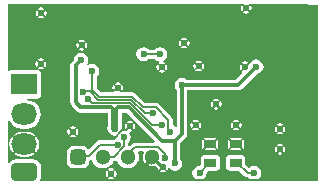
<source format=gbl>
G04 Layer_Physical_Order=2*
G04 Layer_Color=11367680*
%FSLAX25Y25*%
%MOIN*%
G70*
G01*
G75*
%ADD31R,0.03937X0.02756*%
%ADD32C,0.01181*%
%ADD34C,0.00787*%
%ADD37C,0.00500*%
%ADD47O,0.08661X0.07087*%
%ADD48R,0.08661X0.07087*%
G04:AMPARAMS|DCode=49|XSize=86.61mil|YSize=59.05mil|CornerRadius=14.76mil|HoleSize=0mil|Usage=FLASHONLY|Rotation=0.000|XOffset=0mil|YOffset=0mil|HoleType=Round|Shape=RoundedRectangle|*
%AMROUNDEDRECTD49*
21,1,0.08661,0.02953,0,0,0.0*
21,1,0.05709,0.05905,0,0,0.0*
1,1,0.02953,0.02854,-0.01476*
1,1,0.02953,-0.02854,-0.01476*
1,1,0.02953,-0.02854,0.01476*
1,1,0.02953,0.02854,0.01476*
%
%ADD49ROUNDEDRECTD49*%
%ADD50C,0.02362*%
%ADD51C,0.05118*%
G04:AMPARAMS|DCode=52|XSize=51.18mil|YSize=51.18mil|CornerRadius=12.79mil|HoleSize=0mil|Usage=FLASHONLY|Rotation=0.000|XOffset=0mil|YOffset=0mil|HoleType=Round|Shape=RoundedRectangle|*
%AMROUNDEDRECTD52*
21,1,0.05118,0.02559,0,0,0.0*
21,1,0.02559,0.05118,0,0,0.0*
1,1,0.02559,0.01279,-0.01279*
1,1,0.02559,-0.01279,-0.01279*
1,1,0.02559,-0.01279,0.01279*
1,1,0.02559,0.01279,0.01279*
%
%ADD52ROUNDEDRECTD52*%
%ADD53R,0.04134X0.59055*%
G36*
X100424Y58555D02*
X100300Y58368D01*
X100162Y57677D01*
X100300Y56986D01*
X100524Y56650D01*
X101760Y57886D01*
X102177Y57468D01*
X100942Y56233D01*
X101277Y56008D01*
X101969Y55871D01*
X102660Y56008D01*
X102847Y56133D01*
X103347Y55866D01*
Y54174D01*
X102847Y53906D01*
X102660Y54031D01*
X101969Y54169D01*
X101277Y54031D01*
X100942Y53807D01*
X102177Y52571D01*
X101969Y52362D01*
X102177Y52153D01*
X100942Y50918D01*
X101277Y50693D01*
X101969Y50556D01*
X102660Y50693D01*
X102847Y50818D01*
X103347Y50551D01*
Y48465D01*
X102847Y48198D01*
X102660Y48322D01*
X101969Y48460D01*
X101277Y48322D01*
X100942Y48098D01*
X102177Y46862D01*
X101969Y46654D01*
X102177Y46445D01*
X100942Y45209D01*
X101277Y44985D01*
X101969Y44847D01*
X102660Y44985D01*
X102847Y45109D01*
X103347Y44842D01*
Y42559D01*
X102847Y42292D01*
X102660Y42417D01*
X101969Y42554D01*
X101277Y42417D01*
X100942Y42193D01*
X102177Y40957D01*
X101969Y40748D01*
X102177Y40539D01*
X100942Y39303D01*
X101277Y39079D01*
X101969Y38942D01*
X102660Y39079D01*
X102847Y39204D01*
X103347Y38937D01*
Y36654D01*
X102847Y36387D01*
X102660Y36511D01*
X101969Y36649D01*
X101277Y36511D01*
X100942Y36287D01*
X102177Y35051D01*
X101969Y34843D01*
X102177Y34634D01*
X100942Y33398D01*
X101277Y33174D01*
X101969Y33036D01*
X102660Y33174D01*
X102847Y33298D01*
X103347Y33031D01*
Y30748D01*
X102847Y30481D01*
X102660Y30606D01*
X101969Y30743D01*
X101277Y30606D01*
X100942Y30382D01*
X102177Y29146D01*
X101969Y28937D01*
X102177Y28728D01*
X100942Y27492D01*
X101277Y27268D01*
X101969Y27131D01*
X102660Y27268D01*
X102847Y27393D01*
X103347Y27126D01*
Y24843D01*
X102847Y24576D01*
X102660Y24700D01*
X101969Y24838D01*
X101277Y24700D01*
X100942Y24476D01*
X102177Y23240D01*
X101969Y23031D01*
X102177Y22823D01*
X100942Y21587D01*
X101277Y21363D01*
X101969Y21225D01*
X102660Y21363D01*
X102847Y21487D01*
X103347Y21220D01*
Y18937D01*
X102847Y18670D01*
X102660Y18795D01*
X101969Y18932D01*
X101277Y18795D01*
X100942Y18571D01*
X102177Y17335D01*
X101969Y17126D01*
X102177Y16917D01*
X100942Y15681D01*
X101277Y15457D01*
X101969Y15320D01*
X102660Y15457D01*
X102847Y15582D01*
X103347Y15315D01*
Y12835D01*
X102847Y12568D01*
X102660Y12693D01*
X101969Y12830D01*
X101277Y12693D01*
X100942Y12468D01*
X102177Y11232D01*
X101969Y11024D01*
X102177Y10815D01*
X100942Y9579D01*
X101277Y9355D01*
X101969Y9217D01*
X102660Y9355D01*
X102847Y9480D01*
X103347Y9212D01*
Y7126D01*
X102847Y6859D01*
X102660Y6984D01*
X101969Y7121D01*
X101277Y6984D01*
X100942Y6759D01*
X102177Y5524D01*
X101969Y5315D01*
X102177Y5106D01*
X100942Y3870D01*
X101277Y3646D01*
X101502Y3601D01*
Y3092D01*
X101277Y3047D01*
X100942Y2822D01*
X102177Y1587D01*
X101760Y1169D01*
X100524Y2405D01*
X100300Y2069D01*
X100162Y1378D01*
X100300Y687D01*
X100424Y500D01*
X100157Y0D01*
X82903D01*
X82854Y500D01*
X83008Y531D01*
X83790Y1053D01*
X84312Y1834D01*
X84495Y2756D01*
X84312Y3678D01*
X83790Y4459D01*
X83008Y4981D01*
X82087Y5164D01*
X81165Y4981D01*
X80384Y4459D01*
X80291Y4450D01*
X79157Y5583D01*
Y7481D01*
X79066Y7942D01*
X78805Y8333D01*
X78414Y8594D01*
X77953Y8686D01*
X74016D01*
X73555Y8594D01*
X73164Y8333D01*
X72904Y7942D01*
X72812Y7481D01*
Y4725D01*
X72904Y4265D01*
X73164Y3874D01*
X73555Y3613D01*
X74016Y3521D01*
X77092D01*
X78890Y1724D01*
X78890Y1724D01*
X79363Y1408D01*
X79921Y1297D01*
X80221D01*
X80384Y1053D01*
X81165Y531D01*
X81320Y500D01*
X81270Y0D01*
X64793D01*
X64743Y500D01*
X64898Y531D01*
X65679Y1053D01*
X66202Y1834D01*
X66385Y2756D01*
X66328Y3044D01*
X66805Y3521D01*
X69489D01*
X69949Y3613D01*
X70340Y3874D01*
X70601Y4265D01*
X70693Y4725D01*
Y7481D01*
X70601Y7942D01*
X70340Y8333D01*
X69949Y8594D01*
X69489Y8686D01*
X65552D01*
X65091Y8594D01*
X64700Y8333D01*
X64439Y7942D01*
X64347Y7481D01*
Y5600D01*
X63976Y5164D01*
X63055Y4981D01*
X62273Y4459D01*
X61751Y3678D01*
X61568Y2756D01*
X61751Y1834D01*
X62273Y1053D01*
X63055Y531D01*
X63209Y500D01*
X63160Y0D01*
X11008D01*
X10757Y500D01*
X10955Y979D01*
X11047Y1673D01*
Y4626D01*
X10955Y5320D01*
X10687Y5966D01*
X10261Y6521D01*
X9706Y6947D01*
X9060Y7215D01*
X8366Y7306D01*
X2657D01*
X1964Y7215D01*
X1317Y6947D01*
X762Y6521D01*
X500Y6180D01*
X0Y6349D01*
Y20037D01*
X500Y20137D01*
X598Y19901D01*
X1355Y18914D01*
X2342Y18157D01*
X3491Y17681D01*
X4724Y17518D01*
X6299D01*
X7532Y17681D01*
X8682Y18157D01*
X9669Y18914D01*
X10426Y19901D01*
X10902Y21050D01*
X11064Y22284D01*
X10902Y23517D01*
X10426Y24666D01*
X9669Y25653D01*
X8682Y26410D01*
X7532Y26886D01*
X6396Y27036D01*
X6429Y27536D01*
X9843D01*
X10303Y27628D01*
X10694Y27889D01*
X10955Y28279D01*
X11047Y28740D01*
Y35827D01*
X10955Y36288D01*
X10694Y36678D01*
X10303Y36939D01*
X9843Y37031D01*
X1181D01*
X720Y36939D01*
X500Y36792D01*
X0Y37016D01*
Y59055D01*
X77716D01*
X77983Y58555D01*
X77859Y58368D01*
X77721Y57677D01*
X77859Y56986D01*
X78083Y56650D01*
X79319Y57886D01*
X79527Y57677D01*
X79736Y57886D01*
X80972Y56650D01*
X81196Y56986D01*
X81334Y57677D01*
X81196Y58368D01*
X81072Y58555D01*
X81339Y59055D01*
X100157D01*
X100424Y58555D01*
D02*
G37*
%LPC*%
G36*
X100524Y18153D02*
X100300Y17817D01*
X100162Y17126D01*
X100300Y16435D01*
X100524Y16099D01*
X101551Y17126D01*
X100524Y18153D01*
D02*
G37*
G36*
X90748Y17102D02*
X89721Y16075D01*
X90057Y15851D01*
X90748Y15713D01*
X91439Y15851D01*
X91775Y16075D01*
X90748Y17102D01*
D02*
G37*
G36*
X92193Y18547D02*
X91166Y17520D01*
X92193Y16493D01*
X92417Y16828D01*
X92554Y17520D01*
X92417Y18211D01*
X92193Y18547D01*
D02*
G37*
G36*
X89303D02*
X89079Y18211D01*
X88942Y17520D01*
X89079Y16828D01*
X89303Y16493D01*
X90330Y17520D01*
X89303Y18547D01*
D02*
G37*
G36*
X23098Y17562D02*
X22071Y16535D01*
X23098Y15508D01*
X23322Y15844D01*
X23460Y16535D01*
X23322Y17227D01*
X23098Y17562D01*
D02*
G37*
G36*
X90748Y12436D02*
X90057Y12299D01*
X89721Y12075D01*
X90748Y11048D01*
X91775Y12075D01*
X91439Y12299D01*
X90748Y12436D01*
D02*
G37*
G36*
X73442Y13937D02*
X73377Y13780D01*
Y11024D01*
X73442Y10868D01*
X74976Y12403D01*
X73442Y13937D01*
D02*
G37*
G36*
X20209Y17562D02*
X19985Y17227D01*
X19847Y16535D01*
X19985Y15844D01*
X20209Y15508D01*
X21236Y16535D01*
X20209Y17562D01*
D02*
G37*
G36*
X21654Y16118D02*
X20627Y15091D01*
X20962Y14867D01*
X21654Y14729D01*
X22345Y14867D01*
X22681Y15091D01*
X21654Y16118D01*
D02*
G37*
G36*
X77626Y19728D02*
X76599Y18701D01*
X77626Y17674D01*
X77850Y18010D01*
X77987Y18701D01*
X77850Y19392D01*
X77626Y19728D01*
D02*
G37*
G36*
X74737D02*
X74512Y19392D01*
X74375Y18701D01*
X74512Y18010D01*
X74736Y17674D01*
X75763Y18701D01*
X74737Y19728D01*
D02*
G37*
G36*
X62598Y20507D02*
X61907Y20370D01*
X61572Y20145D01*
X62598Y19118D01*
X63625Y20145D01*
X63290Y20370D01*
X62598Y20507D01*
D02*
G37*
G36*
X90748Y19326D02*
X90057Y19189D01*
X89721Y18964D01*
X90748Y17937D01*
X91775Y18964D01*
X91439Y19189D01*
X90748Y19326D01*
D02*
G37*
G36*
X64043Y19728D02*
X63016Y18701D01*
X64043Y17674D01*
X64267Y18010D01*
X64405Y18701D01*
X64267Y19392D01*
X64043Y19728D01*
D02*
G37*
G36*
X76181Y18283D02*
X75154Y17256D01*
X75490Y17032D01*
X76181Y16894D01*
X76872Y17032D01*
X77208Y17256D01*
X76181Y18283D01*
D02*
G37*
G36*
X62598Y18283D02*
X61572Y17256D01*
X61907Y17032D01*
X62598Y16894D01*
X63290Y17032D01*
X63625Y17256D01*
X62598Y18283D01*
D02*
G37*
G36*
X61154Y19728D02*
X60930Y19392D01*
X60792Y18701D01*
X60930Y18010D01*
X61154Y17674D01*
X62181Y18701D01*
X61154Y19728D01*
D02*
G37*
G36*
X21654Y18342D02*
X20962Y18204D01*
X20627Y17980D01*
X21654Y16953D01*
X22681Y17980D01*
X22345Y18204D01*
X21654Y18342D01*
D02*
G37*
G36*
X64977Y13937D02*
X64912Y13780D01*
Y11024D01*
X64977Y10868D01*
X66512Y12403D01*
X64977Y13937D01*
D02*
G37*
G36*
X6299Y16453D02*
X4724D01*
X3645Y16311D01*
X2640Y15894D01*
X2012Y15413D01*
X4933Y12492D01*
X4724Y12284D01*
X4933Y12075D01*
X2012Y9154D01*
X2640Y8672D01*
X3645Y8256D01*
X4724Y8114D01*
X6299D01*
X7378Y8256D01*
X8384Y8672D01*
X9011Y9154D01*
X6090Y12075D01*
X6299Y12284D01*
X6090Y12492D01*
X9011Y15413D01*
X8384Y15894D01*
X7378Y16311D01*
X6299Y16453D01*
D02*
G37*
G36*
X100524Y6342D02*
X100300Y6006D01*
X100162Y5315D01*
X100300Y4624D01*
X100524Y4288D01*
X101551Y5315D01*
X100524Y6342D01*
D02*
G37*
G36*
X1595Y14996D02*
X1113Y14368D01*
X697Y13363D01*
X555Y12284D01*
X697Y11204D01*
X1113Y10199D01*
X1595Y9571D01*
X4307Y12284D01*
X1595Y14996D01*
D02*
G37*
G36*
X90748Y10212D02*
X89721Y9185D01*
X90057Y8961D01*
X90748Y8824D01*
X91439Y8961D01*
X91775Y9185D01*
X90748Y10212D01*
D02*
G37*
G36*
X51696Y4397D02*
X50669Y3370D01*
X51005Y3146D01*
X51696Y3009D01*
X52388Y3146D01*
X52723Y3370D01*
X51696Y4397D01*
D02*
G37*
G36*
X33004Y3586D02*
X32780Y3250D01*
X32642Y2559D01*
X32780Y1868D01*
X33004Y1532D01*
X34031Y2559D01*
X33004Y3586D01*
D02*
G37*
G36*
X34449Y2142D02*
X33422Y1115D01*
X33758Y890D01*
X34449Y753D01*
X35140Y890D01*
X35476Y1115D01*
X34449Y2142D01*
D02*
G37*
G36*
Y4365D02*
X33758Y4228D01*
X33422Y4004D01*
X34449Y2977D01*
X35476Y4004D01*
X35140Y4228D01*
X34449Y4365D01*
D02*
G37*
G36*
X35893Y3586D02*
X34866Y2559D01*
X35893Y1532D01*
X36118Y1868D01*
X36255Y2559D01*
X36118Y3250D01*
X35893Y3586D01*
D02*
G37*
G36*
X24409Y42763D02*
X23488Y42579D01*
X22706Y42057D01*
X22184Y41276D01*
X22037Y40537D01*
X21361Y39860D01*
X20969Y39274D01*
X20831Y38583D01*
Y26282D01*
X20969Y25591D01*
X21361Y25005D01*
X22954Y23411D01*
X23540Y23020D01*
X24231Y22882D01*
X33430D01*
Y18479D01*
X33405Y18441D01*
X33221Y17520D01*
X33405Y16598D01*
X33927Y15817D01*
X34708Y15294D01*
X35544Y15128D01*
X35714Y14982D01*
X35925Y14660D01*
X35863Y14456D01*
X35770Y14438D01*
X34989Y13916D01*
X34826Y13672D01*
X30717D01*
X30158Y13561D01*
X29685Y13245D01*
X27192Y10752D01*
X26695Y10801D01*
X26479Y11124D01*
X25665Y11668D01*
X24705Y11859D01*
X22146D01*
X21186Y11668D01*
X20372Y11124D01*
X19828Y10311D01*
X19637Y9350D01*
Y6791D01*
X19828Y5831D01*
X20372Y5017D01*
X21186Y4473D01*
X22146Y4282D01*
X24705D01*
X25665Y4473D01*
X26479Y5017D01*
X27023Y5831D01*
X27213Y6791D01*
X27634Y7089D01*
X27690Y7110D01*
X28124Y6914D01*
X28426Y6184D01*
X29025Y5403D01*
X29807Y4803D01*
X30716Y4427D01*
X31693Y4298D01*
X32669Y4427D01*
X33579Y4803D01*
X34360Y5403D01*
X34960Y6184D01*
X35137Y6611D01*
X35281D01*
X35839Y6722D01*
X35910Y6770D01*
X36529Y6582D01*
X36694Y6184D01*
X37293Y5403D01*
X38074Y4803D01*
X38984Y4427D01*
X39961Y4298D01*
X40937Y4427D01*
X41847Y4803D01*
X42628Y5403D01*
X43228Y6184D01*
X43604Y7094D01*
X43733Y8071D01*
X43604Y9047D01*
X43434Y9458D01*
X43768Y9958D01*
X45123D01*
X45394Y9458D01*
X45160Y8893D01*
X45052Y8071D01*
X45160Y7249D01*
X45477Y6482D01*
X45801Y6061D01*
X48019Y8280D01*
X48437Y7862D01*
X46218Y5643D01*
X46640Y5320D01*
X47406Y5002D01*
X48228Y4894D01*
X49051Y5002D01*
X49450Y5168D01*
X49890Y4815D01*
X50027Y4124D01*
X50252Y3788D01*
X51487Y5024D01*
X51696Y4815D01*
X51905Y5024D01*
X53141Y3788D01*
X53365Y4124D01*
X53386Y4230D01*
X53917Y4335D01*
X54006Y4202D01*
X54787Y3680D01*
X55709Y3497D01*
X56630Y3680D01*
X57412Y4202D01*
X57934Y4984D01*
X58117Y5906D01*
X57934Y6827D01*
X57515Y7454D01*
Y12638D01*
X59348Y14471D01*
X59740Y15057D01*
X59877Y15748D01*
Y30280D01*
X76772D01*
X77463Y30418D01*
X78049Y30809D01*
X83056Y35817D01*
X83796Y35964D01*
X84577Y36486D01*
X85099Y37267D01*
X85282Y38189D01*
X85099Y39111D01*
X84577Y39892D01*
X83796Y40414D01*
X82874Y40598D01*
X81952Y40414D01*
X81171Y39892D01*
X80949Y39560D01*
X80411Y39466D01*
X80356Y39503D01*
X79825Y39858D01*
X79134Y39995D01*
X78442Y39858D01*
X78107Y39633D01*
X79343Y38398D01*
X79134Y38189D01*
X79343Y37980D01*
X78107Y36744D01*
X78143Y36720D01*
X78223Y36093D01*
X76023Y33893D01*
X59619D01*
X58993Y34312D01*
X58071Y34495D01*
X57149Y34312D01*
X56368Y33790D01*
X55846Y33008D01*
X55662Y32087D01*
X55846Y31165D01*
X56265Y30538D01*
Y18204D01*
X55765Y18052D01*
X55640Y18238D01*
X54965Y18689D01*
Y20465D01*
X54854Y21023D01*
X54538Y21497D01*
X50363Y25671D01*
X49890Y25987D01*
X49331Y26098D01*
X45723D01*
X42608Y29213D01*
X42135Y29529D01*
X41576Y29640D01*
X38369D01*
X38102Y30140D01*
X38283Y30411D01*
X38421Y31102D01*
X38283Y31794D01*
X38059Y32129D01*
X36823Y30894D01*
X36614Y31102D01*
X36405Y30894D01*
X35170Y32129D01*
X34945Y31794D01*
X34808Y31102D01*
X34945Y30411D01*
X35126Y30140D01*
X34859Y29640D01*
X31121D01*
X29609Y31152D01*
Y34945D01*
X29853Y35108D01*
X30375Y35889D01*
X30558Y36811D01*
X30375Y37733D01*
X29853Y38514D01*
X29071Y39036D01*
X28150Y39219D01*
X27228Y39036D01*
X26764Y38726D01*
X26403Y39086D01*
X26635Y39433D01*
X26818Y40354D01*
X26635Y41276D01*
X26112Y42057D01*
X25331Y42579D01*
X24409Y42763D01*
D02*
G37*
G36*
X77953Y14420D02*
X74016D01*
X73859Y14355D01*
X75603Y12611D01*
X75394Y12403D01*
X75603Y12194D01*
X73859Y10450D01*
X74016Y10385D01*
X77953D01*
X78110Y10450D01*
X76366Y12194D01*
X76575Y12403D01*
X76366Y12611D01*
X78110Y14355D01*
X77953Y14420D01*
D02*
G37*
G36*
X78527Y13937D02*
X76993Y12403D01*
X78527Y10868D01*
X78592Y11024D01*
Y13780D01*
X78527Y13937D01*
D02*
G37*
G36*
X70063D02*
X68528Y12403D01*
X70063Y10868D01*
X70128Y11024D01*
Y13780D01*
X70063Y13937D01*
D02*
G37*
G36*
X69489Y14420D02*
X65552D01*
X65395Y14355D01*
X67138Y12611D01*
X66930Y12403D01*
X67138Y12194D01*
X65395Y10450D01*
X65552Y10385D01*
X69489D01*
X69645Y10450D01*
X67902Y12194D01*
X68111Y12403D01*
X67902Y12611D01*
X69645Y14355D01*
X69489Y14420D01*
D02*
G37*
G36*
X89303Y11657D02*
X89079Y11321D01*
X88942Y10630D01*
X89079Y9939D01*
X89303Y9603D01*
X90330Y10630D01*
X89303Y11657D01*
D02*
G37*
G36*
X9429Y14996D02*
X6717Y12284D01*
X9429Y9571D01*
X9910Y10199D01*
X10327Y11204D01*
X10469Y12284D01*
X10327Y13363D01*
X9910Y14368D01*
X9429Y14996D01*
D02*
G37*
G36*
X100524Y12051D02*
X100300Y11715D01*
X100162Y11024D01*
X100300Y10332D01*
X100524Y9997D01*
X101551Y11024D01*
X100524Y12051D01*
D02*
G37*
G36*
X92193Y11657D02*
X91166Y10630D01*
X92193Y9603D01*
X92417Y9939D01*
X92554Y10630D01*
X92417Y11321D01*
X92193Y11657D01*
D02*
G37*
G36*
X76181Y20507D02*
X75490Y20370D01*
X75154Y20145D01*
X76181Y19118D01*
X77208Y20145D01*
X76872Y20370D01*
X76181Y20507D01*
D02*
G37*
G36*
X23162Y46303D02*
X22937Y45967D01*
X22800Y45276D01*
X22937Y44584D01*
X23162Y44249D01*
X24189Y45276D01*
X23162Y46303D01*
D02*
G37*
G36*
X50787Y44731D02*
X49866Y44548D01*
X49084Y44026D01*
X48921Y43782D01*
X47142D01*
X46979Y44026D01*
X46197Y44548D01*
X45276Y44731D01*
X44354Y44548D01*
X43572Y44026D01*
X43050Y43244D01*
X42867Y42323D01*
X43050Y41401D01*
X43572Y40620D01*
X44354Y40098D01*
X45276Y39914D01*
X46197Y40098D01*
X46979Y40620D01*
X47142Y40864D01*
X48921D01*
X49084Y40620D01*
X49866Y40098D01*
X50308Y40009D01*
X50414Y39479D01*
X50351Y39437D01*
X51378Y38410D01*
X52405Y39437D01*
X52069Y39661D01*
X51976Y39680D01*
X51876Y40209D01*
X52490Y40620D01*
X53013Y41401D01*
X53196Y42323D01*
X53013Y43244D01*
X52490Y44026D01*
X51709Y44548D01*
X50787Y44731D01*
D02*
G37*
G36*
X26051Y46303D02*
X25024Y45276D01*
X26051Y44249D01*
X26275Y44584D01*
X26413Y45276D01*
X26275Y45967D01*
X26051Y46303D01*
D02*
G37*
G36*
X57414Y47090D02*
X57189Y46754D01*
X57052Y46063D01*
X57189Y45372D01*
X57414Y45036D01*
X58441Y46063D01*
X57414Y47090D01*
D02*
G37*
G36*
X58858Y45645D02*
X57831Y44618D01*
X58167Y44394D01*
X58858Y44257D01*
X59549Y44394D01*
X59885Y44618D01*
X58858Y45645D01*
D02*
G37*
G36*
X63583Y40192D02*
X62891Y40055D01*
X62556Y39830D01*
X63583Y38803D01*
X64609Y39830D01*
X64274Y40055D01*
X63583Y40192D01*
D02*
G37*
G36*
X12468Y40200D02*
X11441Y39173D01*
X12468Y38146D01*
X12693Y38482D01*
X12830Y39173D01*
X12693Y39865D01*
X12468Y40200D01*
D02*
G37*
G36*
X11024Y40980D02*
X10332Y40842D01*
X9997Y40618D01*
X11024Y39591D01*
X12051Y40618D01*
X11715Y40842D01*
X11024Y40980D01*
D02*
G37*
G36*
X24606Y44858D02*
X23579Y43831D01*
X23915Y43607D01*
X24606Y43469D01*
X25298Y43607D01*
X25633Y43831D01*
X24606Y44858D01*
D02*
G37*
G36*
X100524Y41775D02*
X100300Y41439D01*
X100162Y40748D01*
X100300Y40057D01*
X100524Y39721D01*
X101551Y40748D01*
X100524Y41775D01*
D02*
G37*
G36*
X9776Y57129D02*
X9552Y56794D01*
X9414Y56102D01*
X9552Y55411D01*
X9776Y55075D01*
X10803Y56102D01*
X9776Y57129D01*
D02*
G37*
G36*
X11220Y55685D02*
X10193Y54658D01*
X10529Y54434D01*
X11220Y54296D01*
X11912Y54434D01*
X12247Y54658D01*
X11220Y55685D01*
D02*
G37*
G36*
X12665Y57129D02*
X11638Y56102D01*
X12665Y55075D01*
X12889Y55411D01*
X13027Y56102D01*
X12889Y56794D01*
X12665Y57129D01*
D02*
G37*
G36*
X11220Y57909D02*
X10529Y57771D01*
X10193Y57547D01*
X11220Y56520D01*
X12247Y57547D01*
X11912Y57771D01*
X11220Y57909D01*
D02*
G37*
G36*
X79527Y57260D02*
X78500Y56233D01*
X78836Y56008D01*
X79527Y55871D01*
X80219Y56008D01*
X80554Y56233D01*
X79527Y57260D01*
D02*
G37*
G36*
X100524Y47681D02*
X100300Y47345D01*
X100162Y46654D01*
X100300Y45962D01*
X100524Y45627D01*
X101551Y46654D01*
X100524Y47681D01*
D02*
G37*
G36*
X60303Y47090D02*
X59276Y46063D01*
X60303Y45036D01*
X60527Y45372D01*
X60665Y46063D01*
X60527Y46754D01*
X60303Y47090D01*
D02*
G37*
G36*
X24606Y47082D02*
X23915Y46944D01*
X23579Y46720D01*
X24606Y45693D01*
X25633Y46720D01*
X25298Y46944D01*
X24606Y47082D01*
D02*
G37*
G36*
X100524Y53389D02*
X100300Y53053D01*
X100162Y52362D01*
X100300Y51671D01*
X100524Y51335D01*
X101551Y52362D01*
X100524Y53389D01*
D02*
G37*
G36*
X58858Y47869D02*
X58167Y47732D01*
X57831Y47508D01*
X58858Y46481D01*
X59885Y47508D01*
X59549Y47732D01*
X58858Y47869D01*
D02*
G37*
G36*
X36614Y32909D02*
X35923Y32771D01*
X35587Y32547D01*
X36614Y31520D01*
X37641Y32547D01*
X37305Y32771D01*
X36614Y32909D01*
D02*
G37*
G36*
X100524Y29964D02*
X100300Y29628D01*
X100162Y28937D01*
X100300Y28246D01*
X100524Y27910D01*
X101551Y28937D01*
X100524Y29964D01*
D02*
G37*
G36*
X51378Y37574D02*
X50351Y36548D01*
X50687Y36323D01*
X51378Y36186D01*
X52069Y36323D01*
X52405Y36548D01*
X51378Y37574D01*
D02*
G37*
G36*
X100524Y35870D02*
X100300Y35534D01*
X100162Y34843D01*
X100300Y34151D01*
X100524Y33816D01*
X101551Y34843D01*
X100524Y35870D01*
D02*
G37*
G36*
X69488Y27397D02*
X68797Y27259D01*
X68461Y27035D01*
X69488Y26008D01*
X70515Y27035D01*
X70179Y27259D01*
X69488Y27397D01*
D02*
G37*
G36*
Y25173D02*
X68461Y24146D01*
X68797Y23922D01*
X69488Y23784D01*
X70179Y23922D01*
X70515Y24146D01*
X69488Y25173D01*
D02*
G37*
G36*
X100524Y24058D02*
X100300Y23723D01*
X100162Y23031D01*
X100300Y22340D01*
X100524Y22005D01*
X101551Y23031D01*
X100524Y24058D01*
D02*
G37*
G36*
X70933Y26618D02*
X69906Y25591D01*
X70933Y24564D01*
X71157Y24899D01*
X71295Y25591D01*
X71157Y26282D01*
X70933Y26618D01*
D02*
G37*
G36*
X68044D02*
X67819Y26282D01*
X67682Y25591D01*
X67819Y24899D01*
X68044Y24564D01*
X69071Y25591D01*
X68044Y26618D01*
D02*
G37*
G36*
X62138Y39413D02*
X61914Y39077D01*
X61776Y38386D01*
X61914Y37694D01*
X62138Y37359D01*
X63165Y38386D01*
X62138Y39413D01*
D02*
G37*
G36*
X77689Y39216D02*
X77465Y38880D01*
X77327Y38189D01*
X77465Y37498D01*
X77689Y37162D01*
X78716Y38189D01*
X77689Y39216D01*
D02*
G37*
G36*
X65027Y39413D02*
X64000Y38386D01*
X65027Y37359D01*
X65251Y37694D01*
X65389Y38386D01*
X65251Y39077D01*
X65027Y39413D01*
D02*
G37*
G36*
X9579Y40200D02*
X9355Y39865D01*
X9217Y39173D01*
X9355Y38482D01*
X9579Y38146D01*
X10606Y39173D01*
X9579Y40200D01*
D02*
G37*
G36*
X11024Y38756D02*
X9997Y37729D01*
X10332Y37504D01*
X11024Y37367D01*
X11715Y37504D01*
X12051Y37729D01*
X11024Y38756D01*
D02*
G37*
G36*
X49933Y39019D02*
X49709Y38683D01*
X49572Y37992D01*
X49709Y37301D01*
X49933Y36965D01*
X50960Y37992D01*
X49933Y39019D01*
D02*
G37*
G36*
X63583Y37968D02*
X62556Y36941D01*
X62891Y36717D01*
X63583Y36579D01*
X64274Y36717D01*
X64609Y36941D01*
X63583Y37968D01*
D02*
G37*
G36*
X52823Y39019D02*
X51796Y37992D01*
X52823Y36965D01*
X53047Y37301D01*
X53184Y37992D01*
X53047Y38683D01*
X52823Y39019D01*
D02*
G37*
%LPD*%
G36*
X49068Y13338D02*
X48876Y12877D01*
X42520D01*
X42520Y12877D01*
X41961Y12765D01*
X41488Y12449D01*
X41488Y12449D01*
X40775Y11736D01*
X40239Y11806D01*
Y12833D01*
X40286Y12864D01*
X40808Y13645D01*
X40991Y14567D01*
X40808Y15489D01*
X40430Y16054D01*
X40731Y16504D01*
X40748Y16501D01*
X41439Y16638D01*
X41775Y16862D01*
X40539Y18098D01*
X39303Y19334D01*
X39079Y18998D01*
X38942Y18307D01*
X39079Y17616D01*
X39256Y17351D01*
X38955Y16901D01*
X38583Y16975D01*
X38345Y16928D01*
X37991Y17282D01*
X38038Y17520D01*
X38027Y17578D01*
Y22800D01*
X39606D01*
X49068Y13338D01*
D02*
G37*
%LPC*%
G36*
X40748Y20113D02*
X40057Y19976D01*
X39721Y19752D01*
X40748Y18725D01*
X41775Y19752D01*
X41439Y19976D01*
X40748Y20113D01*
D02*
G37*
G36*
X42193Y19334D02*
X41166Y18307D01*
X42193Y17280D01*
X42417Y17616D01*
X42554Y18307D01*
X42417Y18998D01*
X42193Y19334D01*
D02*
G37*
%LPD*%
D31*
X75985Y12403D02*
D03*
X75985Y6103D02*
D03*
X67520Y12403D02*
D03*
X67520Y6103D02*
D03*
D32*
X45669Y5118D02*
X48425Y7874D01*
X45276Y5118D02*
X45669D01*
X48425Y7874D02*
X51484Y4815D01*
X51696D01*
X76772Y32087D02*
X82874Y38189D01*
X58071Y32087D02*
X76772D01*
X58071Y15748D02*
Y32087D01*
X51575Y13386D02*
X55709D01*
X58071Y15748D01*
X55709Y5906D02*
Y13386D01*
X36614Y24606D02*
X40354D01*
X36220Y24213D02*
X36614Y24606D01*
X36220Y17520D02*
Y24213D01*
X35630Y16929D02*
X36220Y17520D01*
X35236Y17323D02*
X35630Y16929D01*
X35236Y17323D02*
Y24016D01*
X34563Y24689D02*
X35236Y24016D01*
X24231Y24689D02*
X34563D01*
X40354Y24606D02*
X51575Y13386D01*
X22638Y26282D02*
X24231Y24689D01*
X22638Y26282D02*
Y38583D01*
X24409Y40354D01*
X38292Y14661D02*
Y14867D01*
D34*
X62008Y394D02*
X84842D01*
X85433Y984D01*
X35255Y14173D02*
X38208Y17126D01*
X33465Y14173D02*
X35255D01*
X38208Y17126D02*
X38583D01*
D37*
X26871Y27468D02*
X28158Y26181D01*
X40748D01*
X48228Y18701D01*
X51575D01*
X45635Y22708D02*
X48531D01*
X41162Y27181D02*
X45635Y22708D01*
X30102Y27181D02*
X41162D01*
X27362Y29921D02*
X30102Y27181D01*
X25197Y29921D02*
X27362D01*
X28150Y30548D02*
Y36811D01*
Y30548D02*
X30517Y28181D01*
X41576D01*
X45118Y24639D01*
X49331D01*
X53506Y20465D01*
Y17164D02*
Y20465D01*
Y17164D02*
X53937Y16732D01*
X50787Y42323D02*
X50787Y42323D01*
X45276Y42323D02*
X50787D01*
X50787D01*
X63976Y2756D02*
X67126Y5906D01*
X79921Y2756D02*
X82087D01*
X76575Y6102D02*
X79921Y2756D01*
X42520Y11417D02*
X50197D01*
X52559Y9055D01*
Y7677D02*
Y9055D01*
X40157Y9055D02*
X42520Y11417D01*
X40157Y8071D02*
Y9055D01*
X24803Y8465D02*
X26969D01*
X30717Y12213D02*
X36692D01*
X35281Y8071D02*
X38780Y11569D01*
X26969Y8465D02*
X30717Y12213D01*
X31693Y8071D02*
X35281D01*
X38780Y11569D02*
Y15354D01*
X36614Y31102D02*
X37795Y29921D01*
X39370D01*
X36417Y31102D02*
X36614D01*
X35236Y29921D02*
X36417Y31102D01*
X34252Y29921D02*
X35236D01*
X39567Y17126D02*
X40748Y18307D01*
X38583Y17126D02*
X39567D01*
X79527Y57677D02*
X80512Y58661D01*
X82284D01*
X78543D02*
X79527Y57677D01*
X77362Y58661D02*
X78543D01*
X79134Y38189D02*
X81102Y40158D01*
Y40945D01*
D47*
X5512Y12284D02*
D03*
Y22284D02*
D03*
D48*
Y32283D02*
D03*
D49*
Y3150D02*
D03*
D50*
X101969Y5315D02*
D03*
Y11024D02*
D03*
Y17126D02*
D03*
X24606Y45276D02*
D03*
X82874Y38189D02*
D03*
X55709Y5906D02*
D03*
X58858Y46063D02*
D03*
X24409Y40354D02*
D03*
X58071Y32087D02*
D03*
X50787Y42323D02*
D03*
X82087Y2756D02*
D03*
X63976D02*
D03*
X45276Y42323D02*
D03*
X28150Y36811D02*
D03*
X26871Y27468D02*
D03*
X63583Y38386D02*
D03*
X52559Y7677D02*
D03*
X48531Y22708D02*
D03*
X53937Y16535D02*
D03*
X51575Y18701D02*
D03*
X101969Y1378D02*
D03*
Y23031D02*
D03*
Y28937D02*
D03*
Y34843D02*
D03*
Y40748D02*
D03*
Y46654D02*
D03*
Y52362D02*
D03*
Y57677D02*
D03*
X11220Y56102D02*
D03*
X79134Y38189D02*
D03*
X79527Y57677D02*
D03*
X11024Y39173D02*
D03*
X90748Y10630D02*
D03*
Y17520D02*
D03*
X25197Y29842D02*
D03*
X36692Y12213D02*
D03*
X76181Y18701D02*
D03*
X62598Y18701D02*
D03*
X69488Y25591D02*
D03*
X36614Y31102D02*
D03*
X38583Y14567D02*
D03*
X40748Y18307D02*
D03*
X35630Y17520D02*
D03*
X34449Y2559D02*
D03*
X51696Y4815D02*
D03*
X51378Y37992D02*
D03*
X21654Y16535D02*
D03*
D51*
X48228Y8071D02*
D03*
X39961Y8071D02*
D03*
X31693D02*
D03*
D52*
X23425Y8071D02*
D03*
D53*
X101279Y29528D02*
D03*
M02*

</source>
